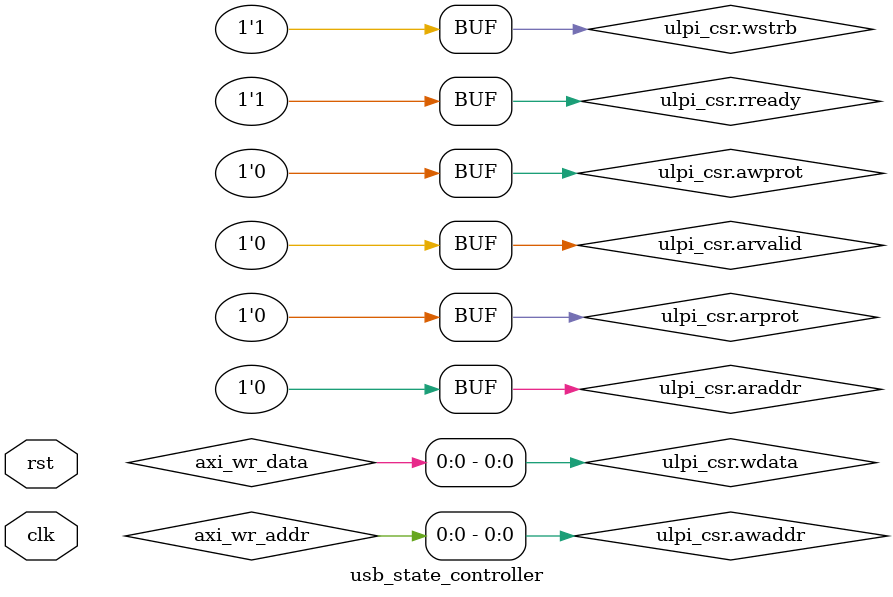
<source format=sv>
`timescale 1ns / 1ps

module usb_state_controller (
    input wire      clk,
    input wire      rst,
    
    usb_control_iface.dst   control,
    
    ulpi_state_iface.dst    ulpi_state,
    axi_lite_iface.master   ulpi_csr
);

enum {S_IDLE, S_CONNECT_WR_OTG, S_CONNECT_WR_FUNC, S_CONNECTED, S_DISCONNECT_WR_FUNC} state;
enum {S_AXI_IDLE, S_AXI_WR_ADDR, S_AXI_WR_DATA, S_AXI_WR_WAIT, S_AXI_DONE} ulpi_axi_state;

always_ff @(posedge clk) begin
    if (rst)
        state <= S_IDLE;
    else case (state)
        S_IDLE:
            if (control.connected)
                state <= S_CONNECT_WR_OTG;
        
        S_CONNECT_WR_OTG:
            if (ulpi_axi_state == S_AXI_DONE)
                state <= S_CONNECT_WR_FUNC;
                
        S_CONNECT_WR_FUNC:
            if (ulpi_axi_state == S_AXI_DONE)
                state <= S_CONNECTED;
        
        S_CONNECTED:
            if (~control.connected)
                state <= S_DISCONNECT_WR_FUNC;
            
        S_DISCONNECT_WR_FUNC:
            if (ulpi_axi_state == S_AXI_DONE)
                state <= S_IDLE;

    endcase
end

logic       axi_wr_start;
logic [5:0] axi_wr_addr;
logic [7:0] axi_wr_data;

always_comb begin
    case(state)
    S_CONNECT_WR_OTG:       begin axi_wr_start <= 1'b1; axi_wr_addr <= 6'h0A; axi_wr_data <= 8'h04; end
    S_CONNECT_WR_FUNC:      begin axi_wr_start <= 1'b1; axi_wr_addr <= 6'h04; axi_wr_data <= 8'h45; end
    S_DISCONNECT_WR_FUNC:   begin axi_wr_start <= 1'b1; axi_wr_addr <= 6'h04; axi_wr_data <= 8'h49; end
    default                 begin axi_wr_start <= 1'b0; axi_wr_addr <= 6'h00; axi_wr_data <= 8'h00; end
    endcase
end

always_ff @(posedge clk) begin
    if (rst)
        ulpi_axi_state <= S_AXI_IDLE;
    else case (ulpi_axi_state)
        S_AXI_IDLE:
            if (axi_wr_start)
                ulpi_axi_state <= S_AXI_WR_ADDR;
        
        S_AXI_WR_ADDR:
            if (ulpi_csr.awready)
                ulpi_axi_state <= S_AXI_WR_DATA;
        
        S_AXI_WR_DATA:
            if (ulpi_csr.wready)
                ulpi_axi_state <= S_AXI_WR_WAIT;
            
        S_AXI_WR_WAIT:
            if (ulpi_csr.bvalid)
                ulpi_axi_state <= S_AXI_DONE;
            
        S_AXI_DONE: 
            ulpi_axi_state <= S_AXI_IDLE;
    endcase
end

assign ulpi_csr.awvalid = (ulpi_axi_state == S_AXI_WR_ADDR);
assign ulpi_csr.awaddr = {'0, axi_wr_addr};
assign ulpi_csr.awprot = '0;

assign ulpi_csr.arvalid = 1'b0;
assign ulpi_csr.araddr = '0;
assign ulpi_csr.arprot = '0;

assign ulpi_csr.wvalid = (ulpi_axi_state == S_AXI_WR_DATA);
assign ulpi_csr.wdata = axi_wr_data;
assign ulpi_csr.wstrb = {'0, 1'b1};

assign ulpi_csr.bready = (ulpi_axi_state == S_AXI_WR_WAIT);

assign ulpi_csr.rready = 1'b1;

endmodule

</source>
